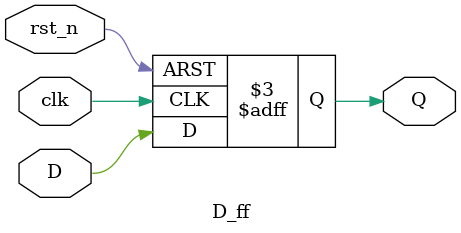
<source format=v>
module D_ff(
    input wire clk,rst_n,D,
    
    output reg Q
);

    always @(posedge clk or negedge rst_n)
    begin 
        if(!rst_n)
            Q=0;
        else begin
            Q=D;
			end
    end

endmodule
</source>
